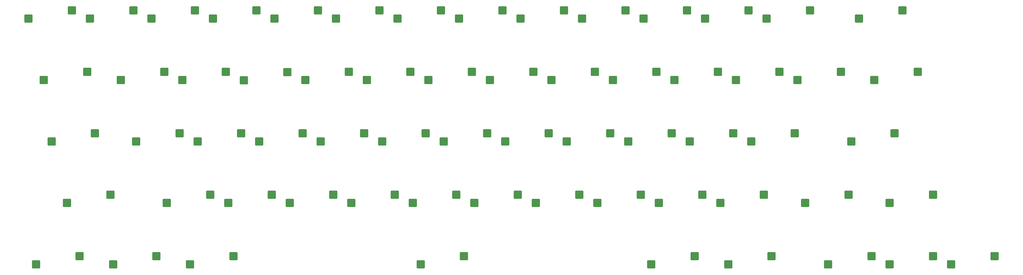
<source format=gbp>
G04 #@! TF.GenerationSoftware,KiCad,Pcbnew,(6.0.10)*
G04 #@! TF.CreationDate,2023-09-30T09:28:11-05:00*
G04 #@! TF.ProjectId,RunTypeV3,52756e54-7970-4655-9633-2e6b69636164,rev?*
G04 #@! TF.SameCoordinates,Original*
G04 #@! TF.FileFunction,Paste,Bot*
G04 #@! TF.FilePolarity,Positive*
%FSLAX46Y46*%
G04 Gerber Fmt 4.6, Leading zero omitted, Abs format (unit mm)*
G04 Created by KiCad (PCBNEW (6.0.10)) date 2023-09-30 09:28:11*
%MOMM*%
%LPD*%
G01*
G04 APERTURE LIST*
G04 Aperture macros list*
%AMRoundRect*
0 Rectangle with rounded corners*
0 $1 Rounding radius*
0 $2 $3 $4 $5 $6 $7 $8 $9 X,Y pos of 4 corners*
0 Add a 4 corners polygon primitive as box body*
4,1,4,$2,$3,$4,$5,$6,$7,$8,$9,$2,$3,0*
0 Add four circle primitives for the rounded corners*
1,1,$1+$1,$2,$3*
1,1,$1+$1,$4,$5*
1,1,$1+$1,$6,$7*
1,1,$1+$1,$8,$9*
0 Add four rect primitives between the rounded corners*
20,1,$1+$1,$2,$3,$4,$5,0*
20,1,$1+$1,$4,$5,$6,$7,0*
20,1,$1+$1,$6,$7,$8,$9,0*
20,1,$1+$1,$8,$9,$2,$3,0*%
G04 Aperture macros list end*
%ADD10RoundRect,0.250000X1.025000X1.000000X-1.025000X1.000000X-1.025000X-1.000000X1.025000X-1.000000X0*%
G04 APERTURE END LIST*
D10*
X175450000Y-95180000D03*
X188900000Y-92640000D03*
X227837500Y-38030000D03*
X241287500Y-35490000D03*
X284987500Y-95180000D03*
X298437500Y-92640000D03*
X223075000Y-76130000D03*
X236525000Y-73590000D03*
X56387500Y-38030000D03*
X69837500Y-35490000D03*
X189737500Y-38030000D03*
X203187500Y-35490000D03*
X211168750Y-114230000D03*
X224618750Y-111690000D03*
X89725000Y-76130000D03*
X103175000Y-73590000D03*
X218312500Y-57080000D03*
X231762500Y-54540000D03*
X65912500Y-57080000D03*
X79362500Y-54540000D03*
X151637500Y-38030000D03*
X165087500Y-35490000D03*
X204025000Y-76130000D03*
X217475000Y-73590000D03*
X265937500Y-114230000D03*
X279387500Y-111690000D03*
X213550000Y-95180000D03*
X227000000Y-92640000D03*
X30193750Y-95180000D03*
X43643750Y-92640000D03*
X44481250Y-114230000D03*
X57931250Y-111690000D03*
X94487500Y-38030000D03*
X107937500Y-35490000D03*
X84962500Y-57150000D03*
X98412500Y-54610000D03*
X61150000Y-95180000D03*
X74600000Y-92640000D03*
X37337500Y-38030000D03*
X50787500Y-35490000D03*
X70675000Y-76130000D03*
X84125000Y-73590000D03*
X80200000Y-95180000D03*
X93650000Y-92640000D03*
X234981250Y-114230000D03*
X248431250Y-111690000D03*
X46862500Y-57080000D03*
X60312500Y-54540000D03*
X161162500Y-57080000D03*
X174612500Y-54540000D03*
X184975000Y-76130000D03*
X198425000Y-73590000D03*
X127825000Y-76130000D03*
X141275000Y-73590000D03*
X246887500Y-38030000D03*
X260337500Y-35490000D03*
X51625000Y-76130000D03*
X65075000Y-73590000D03*
X242125000Y-76130000D03*
X255575000Y-73590000D03*
X156400000Y-95180000D03*
X169850000Y-92640000D03*
X232600000Y-95180000D03*
X246050000Y-92640000D03*
X237362500Y-57080000D03*
X250812500Y-54540000D03*
X273081250Y-76130000D03*
X286531250Y-73590000D03*
X256412500Y-57080000D03*
X269862500Y-54540000D03*
X118300000Y-95180000D03*
X131750000Y-92640000D03*
X170687500Y-38030000D03*
X184137500Y-35490000D03*
X284987500Y-114230000D03*
X298437500Y-111690000D03*
X25431250Y-76130000D03*
X38881250Y-73590000D03*
X20668750Y-114230000D03*
X34118750Y-111690000D03*
X165925000Y-76130000D03*
X179375000Y-73590000D03*
X137350000Y-95180000D03*
X150800000Y-92640000D03*
X108775000Y-76130000D03*
X122225000Y-73590000D03*
X99250000Y-95180000D03*
X112700000Y-92640000D03*
X146875000Y-76130000D03*
X160325000Y-73590000D03*
X139731250Y-114230000D03*
X153181250Y-111690000D03*
X142112500Y-57080000D03*
X155562500Y-54540000D03*
X180212500Y-57080000D03*
X193662500Y-54540000D03*
X68293750Y-114230000D03*
X81743750Y-111690000D03*
X104012500Y-57080000D03*
X117462500Y-54540000D03*
X275462500Y-38030000D03*
X288912500Y-35490000D03*
X23050000Y-57080000D03*
X36500000Y-54540000D03*
X113537500Y-38030000D03*
X126987500Y-35490000D03*
X208787500Y-38030000D03*
X222237500Y-35490000D03*
X304037500Y-114230000D03*
X317487500Y-111690000D03*
X258793750Y-95180000D03*
X272243750Y-92640000D03*
X132587500Y-38030000D03*
X146037500Y-35490000D03*
X199262500Y-57080000D03*
X212712500Y-54540000D03*
X18287500Y-38030000D03*
X31737500Y-35490000D03*
X194500000Y-95180000D03*
X207950000Y-92640000D03*
X123062500Y-57080000D03*
X136512500Y-54540000D03*
X75437500Y-38030000D03*
X88887500Y-35490000D03*
X280225000Y-57080000D03*
X293675000Y-54540000D03*
M02*

</source>
